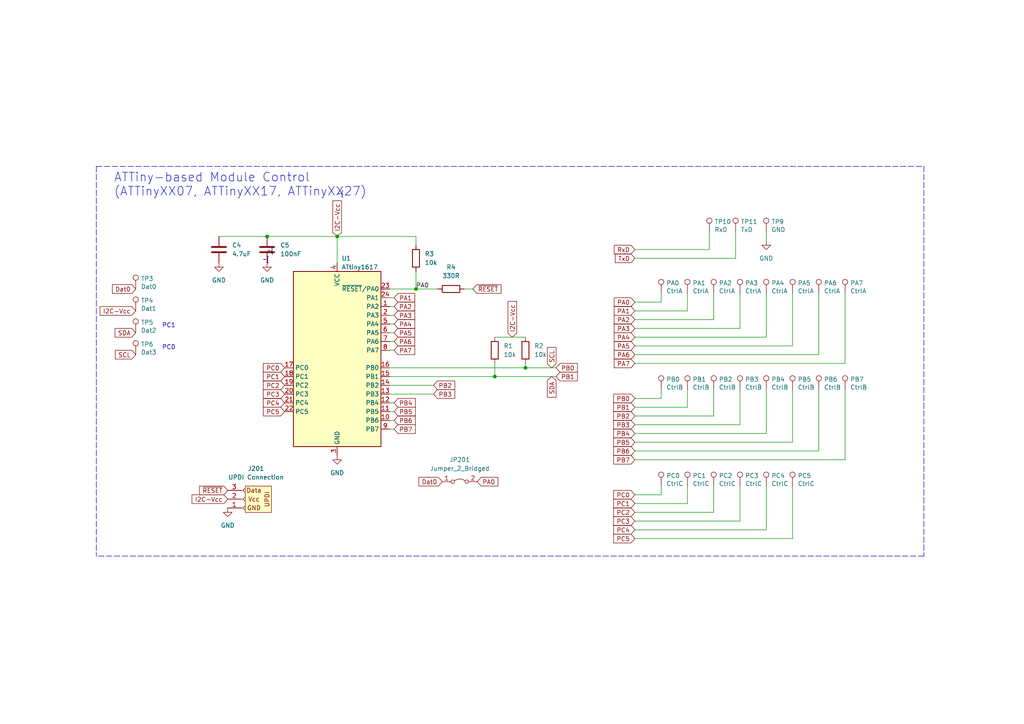
<source format=kicad_sch>
(kicad_sch (version 20211123) (generator eeschema)
  (paper "A4")
  (title_block (title "Benchtop Modular Power Strip") (date "2024-04-15") (rev "0.4.0") (company "S. A. Miller") (comment 1 "Prototype Module") (comment 2 "Blank"))
  (lib_symbols
    (symbol "Connector:TestPoint" (pin_numbers hide) (pin_names (offset 0.762) hide)
      (property "Reference" "TP" (at 0 6.858 0))
      (property "Value" "TestPoint" (at 0 5.08 0))
      (symbol "TestPoint_0_1"
        (circle (center 0 3.302) (radius 0.762))
      )
      (symbol "TestPoint_1_1"
        (pin passive line (at 0 0 90) (length 2.54) (name "1") (number "1"))
      )
    )
    (symbol "Device:C" (pin_numbers hide) (pin_names (offset 0.254))
      (property "Reference" "C" (at 0.635 2.54 0))
      (property "Value" "C" (at 0.635 -2.54 0))
      (symbol "C_0_1"
        (polyline (pts (xy -2.032 -0.762) (xy 2.032 -0.762)) (stroke (width 0.508)))
        (polyline (pts (xy -2.032 0.762) (xy 2.032 0.762)) (stroke (width 0.508)))
      )
      (symbol "C_1_1"
        (pin passive line (at 0 3.81 270) (length 2.794) (name "~") (number "1"))
        (pin passive line (at 0 -3.81 90) (length 2.794) (name "~") (number "2"))
      )
    )
    (symbol "Device:R" (pin_numbers hide) (pin_names (offset 0))
      (property "Reference" "R" (at 2.032 0 90))
      (property "Value" "R" (at 0 0 90))
      (symbol "R_0_1"
        (rectangle (start -1.016 -2.54) (end 1.016 2.54) (stroke (width 0.254)))
      )
      (symbol "R_1_1"
        (pin passive line (at 0 3.81 270) (length 1.27) (name "~") (number "1"))
        (pin passive line (at 0 -3.81 90) (length 1.27) (name "~") (number "2"))
      )
    )
    (symbol "Jumper:Jumper_2_Bridged" (pin_names (offset 0) hide)
      (property "Reference" "JP" (at 0 1.905 0))
      (property "Value" "Jumper_2_Bridged" (at 0 -2.54 0))
      (symbol "Jumper_2_Bridged_0_0"
        (circle (center -2.032 0) (radius 0.508))
        (circle (center 2.032 0) (radius 0.508))
      )
      (symbol "Jumper_2_Bridged_0_1"
        (arc (start 1.524 0.254) (mid 0 0.762) (end -1.524 0.254))
      )
      (symbol "Jumper_2_Bridged_1_1"
        (pin passive line (at -5.08 0 0) (length 2.54) (name "A") (number "1"))
        (pin passive line (at 5.08 0 180) (length 2.54) (name "B") (number "2"))
      )
    )
    (symbol "MCU_Microchip_ATtiny:ATtiny817-M"
      (property "Reference" "U" (at -12.7 26.67 0))
      (property "Value" "ATtiny817-M" (at 2.54 -26.67 0))
      (symbol "ATtiny817-M_0_1"
        (rectangle (start -12.7 -25.4) (end 12.7 25.4) (stroke (width 0.254)) (fill (type background)))
      )
      (symbol "ATtiny817-M_1_1"
        (pin bidirectional line (at 15.24 15.24 180) (length 2.54) (name "PA2") (number "1"))
        (pin bidirectional line (at 15.24 -17.78 180) (length 2.54) (name "PB6") (number "10"))
        (pin bidirectional line (at 15.24 -15.24 180) (length 2.54) (name "PB5") (number "11"))
        (pin bidirectional line (at 15.24 -12.7 180) (length 2.54) (name "PB4") (number "12"))
        (pin bidirectional line (at 15.24 -10.16 180) (length 2.54) (name "PB3") (number "13"))
        (pin bidirectional line (at 15.24 -7.62 180) (length 2.54) (name "PB2") (number "14"))
        (pin bidirectional line (at 15.24 -5.08 180) (length 2.54) (name "PB1") (number "15"))
        (pin bidirectional line (at 15.24 -2.54 180) (length 2.54) (name "PB0") (number "16"))
        (pin bidirectional line (at -15.24 -2.54 0) (length 2.54) (name "PC0") (number "17"))
        (pin bidirectional line (at -15.24 -5.08 0) (length 2.54) (name "PC1") (number "18"))
        (pin bidirectional line (at -15.24 -7.62 0) (length 2.54) (name "PC2") (number "19"))
        (pin bidirectional line (at 15.24 12.7 180) (length 2.54) (name "PA3") (number "2"))
        (pin bidirectional line (at -15.24 -10.16 0) (length 2.54) (name "PC3") (number "20"))
        (pin bidirectional line (at -15.24 -12.7 0) (length 2.54) (name "PC4") (number "21"))
        (pin bidirectional line (at -15.24 -15.24 0) (length 2.54) (name "PC5") (number "22"))
        (pin bidirectional line (at 15.24 20.32 180) (length 2.54) (name "~{RESET}/PA0") (number "23"))
        (pin bidirectional line (at 15.24 17.78 180) (length 2.54) (name "PA1") (number "24"))
        (pin passive line (at 0 -27.94 90) (length 2.54) hide (name "GND") (number "25"))
        (pin power_in line (at 0 -27.94 90) (length 2.54) (name "GND") (number "3"))
        (pin power_in line (at 0 27.94 270) (length 2.54) (name "VCC") (number "4"))
        (pin bidirectional line (at 15.24 10.16 180) (length 2.54) (name "PA4") (number "5"))
        (pin bidirectional line (at 15.24 7.62 180) (length 2.54) (name "PA5") (number "6"))
        (pin bidirectional line (at 15.24 5.08 180) (length 2.54) (name "PA6") (number "7"))
        (pin bidirectional line (at 15.24 2.54 180) (length 2.54) (name "PA7") (number "8"))
        (pin bidirectional line (at 15.24 -20.32 180) (length 2.54) (name "PB7") (number "9"))
      )
    )
    (symbol "power:GND" (power) (pin_names (offset 0))
      (property "Value" "GND" (at 0 -3.81 0))
      (symbol "GND_0_1"
        (polyline (pts (xy 0 0) (xy 0 -1.27) (xy 1.27 -1.27) (xy 0 -2.54) (xy -1.27 -1.27) (xy 0 -1.27)))
      )
      (symbol "GND_1_1"
        (pin power_in line (at 0 0 270) (length 0) hide (name "GND") (number "1"))
      )
    )
    (symbol "tinker:UPDI Connection" (pin_names (offset 1.016) hide)
      (property "Reference" "J" (at 0 5.08 0))
      (property "Value" "UPDI Connection" (at 0 -5.08 0))
      (symbol "UPDI Connection_0_0"
        (text "Data" (at 2.54 -2.54 0) (effects (font (size 1.27 1.27))))
        (text "GND" (at 2.54 2.54 0) (effects (font (size 1.27 1.27))))
        (text "UPDI" (at 6.35 0 900) (effects (font (size 1.27 1.27))))
        (text "Vcc" (at 2.54 0 0) (effects (font (size 1.27 1.27))))
      )
      (symbol "UPDI Connection_0_1"
        (rectangle (start 7.62 3.81) (end 0 -3.81) (fill (type background)))
      )
      (symbol "UPDI Connection_1_1"
        (arc (start 0 -2.032) (mid -0.508 -2.54) (end 0 -3.048) (stroke (width 0.1524)))
        (polyline (pts (xy -1.27 -2.54) (xy -0.508 -2.54)) (stroke (width 0.1524)))
        (polyline (pts (xy -1.27 0) (xy -0.508 0)) (stroke (width 0.1524)))
        (polyline (pts (xy -1.27 2.54) (xy -0.508 2.54)) (stroke (width 0.1524)))
        (arc (start 0 0.508) (mid -0.508 0) (end 0 -0.508) (stroke (width 0.1524)))
        (arc (start 0 3.048) (mid -0.508 2.54) (end 0 2.032) (stroke (width 0.1524)))
        (pin power_in line (at -5.08 2.54 0) (length 3.81) (name "Pin_1") (number "1"))
        (pin power_in line (at -5.08 0 0) (length 3.81) (name "Pin_2") (number "2"))
        (pin bidirectional line (at -5.08 -2.54 0) (length 3.81) (name "Pin_3") (number "3"))
      )
    )
  )
  (junction (at 152.4 106.68))
  (junction (at 97.79 68.58))
  (junction (at 120.65 83.82))
  (junction (at 77.47 68.58))
  (junction (at 143.51 109.22))
  (wire (pts (xy 113.03 124.46) (xy 114.3 124.46)))
  (wire (pts (xy 207.01 140.97) (xy 207.01 148.59)))
  (wire (pts (xy 199.39 90.17) (xy 199.39 85.09)))
  (wire (pts (xy 184.15 87.63) (xy 191.77 87.63)))
  (wire (pts (xy 113.03 121.92) (xy 114.3 121.92)))
  (wire (pts (xy 113.03 114.3) (xy 125.73 114.3)))
  (wire (pts (xy 229.87 140.97) (xy 229.87 156.21)))
  (wire (pts (xy 191.77 87.63) (xy 191.77 85.09)))
  (wire (pts (xy 113.03 91.44) (xy 114.3 91.44)))
  (wire (pts (xy 237.49 130.81) (xy 237.49 113.03)))
  (wire (pts (xy 237.49 102.87) (xy 237.49 85.09)))
  (wire (pts (xy 229.87 100.33) (xy 229.87 85.09)))
  (wire (pts (xy 120.65 78.74) (xy 120.65 83.82)))
  (wire (pts (xy 113.03 99.06) (xy 114.3 99.06)))
  (wire (pts (xy 97.79 68.58) (xy 97.79 76.2)))
  (wire (pts (xy 143.51 105.41) (xy 143.51 109.22)))
  (wire (pts (xy 184.15 125.73) (xy 222.25 125.73)))
  (wire (pts (xy 184.15 92.71) (xy 207.01 92.71)))
  (wire (pts (xy 191.77 143.51) (xy 191.77 140.97)))
  (wire (pts (xy 113.03 111.76) (xy 125.73 111.76)))
  (wire (pts (xy 184.15 97.79) (xy 222.25 97.79)))
  (wire (pts (xy 205.74 72.39) (xy 205.74 67.31)))
  (wire (pts (xy 77.47 68.58) (xy 97.79 68.58)))
  (wire (pts (xy 222.25 69.85) (xy 222.25 67.31)))
  (wire (pts (xy 184.15 120.65) (xy 207.01 120.65)))
  (wire (pts (xy 113.03 86.36) (xy 114.3 86.36)))
  (wire (pts (xy 191.77 115.57) (xy 191.77 113.03)))
  (wire (pts (xy 113.03 93.98) (xy 114.3 93.98)))
  (wire (pts (xy 214.63 113.03) (xy 214.63 123.19)))
  (wire (pts (xy 152.4 106.68) (xy 113.03 106.68)))
  (wire (pts (xy 184.15 115.57) (xy 191.77 115.57)))
  (wire (pts (xy 113.03 96.52) (xy 114.3 96.52)))
  (wire (pts (xy 184.15 153.67) (xy 222.25 153.67)))
  (wire (pts (xy 113.03 119.38) (xy 114.3 119.38)))
  (wire (pts (xy 184.15 74.93) (xy 213.36 74.93)))
  (wire (pts (xy 184.15 146.05) (xy 199.39 146.05)))
  (wire (pts (xy 113.03 83.82) (xy 120.65 83.82)))
  (wire (pts (xy 184.15 102.87) (xy 237.49 102.87)))
  (wire (pts (xy 184.15 156.21) (xy 229.87 156.21)))
  (wire (pts (xy 63.5 68.58) (xy 77.47 68.58)))
  (wire (pts (xy 184.15 118.11) (xy 199.39 118.11)))
  (wire (pts (xy 199.39 118.11) (xy 199.39 113.03)))
  (wire (pts (xy 184.15 95.25) (xy 214.63 95.25)))
  (wire (pts (xy 184.15 143.51) (xy 191.77 143.51)))
  (polyline (pts (xy 27.94 48.26) (xy 267.97 48.26)))
  (wire (pts (xy 184.15 123.19) (xy 214.63 123.19)))
  (wire (pts (xy 229.87 128.27) (xy 229.87 113.03)))
  (wire (pts (xy 120.65 68.58) (xy 120.65 71.12)))
  (polyline (pts (xy 27.94 48.26) (xy 27.94 161.29)))
  (wire (pts (xy 184.15 133.35) (xy 245.11 133.35)))
  (wire (pts (xy 120.65 83.82) (xy 127 83.82)))
  (wire (pts (xy 184.15 90.17) (xy 199.39 90.17)))
  (wire (pts (xy 184.15 100.33) (xy 229.87 100.33)))
  (polyline (pts (xy 267.97 48.26) (xy 267.97 161.29)))
  (wire (pts (xy 97.79 68.58) (xy 120.65 68.58)))
  (wire (pts (xy 222.25 85.09) (xy 222.25 97.79)))
  (wire (pts (xy 207.01 120.65) (xy 207.01 113.03)))
  (wire (pts (xy 199.39 146.05) (xy 199.39 140.97)))
  (wire (pts (xy 245.11 133.35) (xy 245.11 113.03)))
  (wire (pts (xy 143.51 97.79) (xy 152.4 97.79)))
  (wire (pts (xy 214.63 95.25) (xy 214.63 85.09)))
  (wire (pts (xy 184.15 130.81) (xy 237.49 130.81)))
  (wire (pts (xy 222.25 140.97) (xy 222.25 153.67)))
  (wire (pts (xy 184.15 72.39) (xy 205.74 72.39)))
  (wire (pts (xy 184.15 151.13) (xy 214.63 151.13)))
  (wire (pts (xy 113.03 101.6) (xy 114.3 101.6)))
  (wire (pts (xy 213.36 74.93) (xy 213.36 67.31)))
  (wire (pts (xy 134.62 83.82) (xy 137.16 83.82)))
  (wire (pts (xy 143.51 109.22) (xy 113.03 109.22)))
  (polyline (pts (xy 267.97 161.29) (xy 27.94 161.29)))
  (wire (pts (xy 184.15 148.59) (xy 207.01 148.59)))
  (wire (pts (xy 152.4 105.41) (xy 152.4 106.68)))
  (wire (pts (xy 222.25 125.73) (xy 222.25 113.03)))
  (wire (pts (xy 245.11 105.41) (xy 245.11 85.09)))
  (wire (pts (xy 207.01 92.71) (xy 207.01 85.09)))
  (wire (pts (xy 214.63 140.97) (xy 214.63 151.13)))
  (wire (pts (xy 113.03 88.9) (xy 114.3 88.9)))
  (wire (pts (xy 161.29 109.22) (xy 143.51 109.22)))
  (wire (pts (xy 113.03 116.84) (xy 114.3 116.84)))
  (wire (pts (xy 184.15 105.41) (xy 245.11 105.41)))
  (wire (pts (xy 184.15 128.27) (xy 229.87 128.27)))
  (wire (pts (xy 161.29 106.68) (xy 152.4 106.68)))
  (text "~{" (at 77.47 73.66 0) (effects (font (size 1.27 1.27)) (justify left bottom)))
  (text "PC0" (at 46.99 101.6 0) (effects (font (size 1.27 1.27)) (justify left bottom)))
  (text "~{" (at 76.2 76.2 0) (effects (font (size 1.27 1.27)) (justify left bottom)))
  (text "ATTiny-based Module Control\n(ATTinyXX07, ATTinyXX17, ATTinyXX27)" (at 33.02 57.15 0) (effects (font (size 2.54 2.54)) (justify left bottom)))
  (text "PC1" (at 46.99 95.25 0) (effects (font (size 1.27 1.27)) (justify left bottom)))
  (text "~{" (at 97.79 57.15 0) (effects (font (size 1.27 1.27)) (justify left bottom)))
  (label "PA0" (at 120.65 83.82 0))
  (global_label "RxD" (shape input) (at 184.15 72.39 180) (property "Intersheet References" "${INTERSHEET_REFS}" (effects hide)))
  (global_label "PB6" (shape input) (at 114.3 121.92 0) (property "Intersheet References" "${INTERSHEET_REFS}" (effects hide)))
  (global_label "I2C-Vcc" (shape input) (at 97.79 68.58 90) (property "Intersheet References" "${INTERSHEET_REFS}" (effects hide)))
  (global_label "PB1" (shape input) (at 184.15 118.11 180) (property "Intersheet References" "${INTERSHEET_REFS}" (effects hide)))
  (global_label "PB4" (shape input) (at 184.15 125.73 180) (property "Intersheet References" "${INTERSHEET_REFS}" (effects hide)))
  (global_label "SCL" (shape input) (at 160.02 106.68 90) (property "Intersheet References" "${INTERSHEET_REFS}" (effects hide)))
  (global_label "PA4" (shape input) (at 184.15 97.79 180) (property "Intersheet References" "${INTERSHEET_REFS}" (effects hide)))
  (global_label "TxD" (shape input) (at 184.15 74.93 180) (property "Intersheet References" "${INTERSHEET_REFS}" (effects hide)))
  (global_label "PA0" (shape input) (at 184.15 87.63 180) (property "Intersheet References" "${INTERSHEET_REFS}" (effects hide)))
  (global_label "PB0" (shape input) (at 184.15 115.57 180) (property "Intersheet References" "${INTERSHEET_REFS}" (effects hide)))
  (global_label "SDA" (shape input) (at 160.02 109.22 270) (property "Intersheet References" "${INTERSHEET_REFS}" (effects hide)))
  (global_label "PC3" (shape input) (at 184.15 151.13 180) (property "Intersheet References" "${INTERSHEET_REFS}" (effects hide)))
  (global_label "PA2" (shape input) (at 114.3 88.9 0) (property "Intersheet References" "${INTERSHEET_REFS}" (effects hide)))
  (global_label "PC4" (shape input) (at 184.15 153.67 180) (property "Intersheet References" "${INTERSHEET_REFS}" (effects hide)))
  (global_label "PA2" (shape input) (at 184.15 92.71 180) (property "Intersheet References" "${INTERSHEET_REFS}" (effects hide)))
  (global_label "PA0" (shape input) (at 138.43 139.7 0) (property "Intersheet References" "${INTERSHEET_REFS}" (effects hide)))
  (global_label "PA6" (shape input) (at 114.3 99.06 0) (property "Intersheet References" "${INTERSHEET_REFS}" (effects hide)))
  (global_label "PB3" (shape input) (at 184.15 123.19 180) (property "Intersheet References" "${INTERSHEET_REFS}" (effects hide)))
  (global_label "SDA" (shape input) (at 39.37 96.52 180) (property "Intersheet References" "${INTERSHEET_REFS}" (effects hide)))
  (global_label "PB6" (shape input) (at 184.15 130.81 180) (property "Intersheet References" "${INTERSHEET_REFS}" (effects hide)))
  (global_label "PA5" (shape input) (at 184.15 100.33 180) (property "Intersheet References" "${INTERSHEET_REFS}" (effects hide)))
  (global_label "PC3" (shape input) (at 82.55 114.3 180) (property "Intersheet References" "${INTERSHEET_REFS}" (effects hide)))
  (global_label "PC2" (shape input) (at 184.15 148.59 180) (property "Intersheet References" "${INTERSHEET_REFS}" (effects hide)))
  (global_label "PA4" (shape input) (at 114.3 93.98 0) (property "Intersheet References" "${INTERSHEET_REFS}" (effects hide)))
  (global_label "PB5" (shape input) (at 184.15 128.27 180) (property "Intersheet References" "${INTERSHEET_REFS}" (effects hide)))
  (global_label "PC0" (shape input) (at 184.15 143.51 180) (property "Intersheet References" "${INTERSHEET_REFS}" (effects hide)))
  (global_label "PA3" (shape input) (at 184.15 95.25 180) (property "Intersheet References" "${INTERSHEET_REFS}" (effects hide)))
  (global_label "PB5" (shape input) (at 114.3 119.38 0) (property "Intersheet References" "${INTERSHEET_REFS}" (effects hide)))
  (global_label "PB1" (shape input) (at 161.29 109.22 0) (property "Intersheet References" "${INTERSHEET_REFS}" (effects hide)))
  (global_label "I2C-Vcc" (shape input) (at 66.04 144.78 180) (property "Intersheet References" "${INTERSHEET_REFS}" (effects hide)))
  (global_label "PC1" (shape input) (at 82.55 109.22 180) (property "Intersheet References" "${INTERSHEET_REFS}" (effects hide)))
  (global_label "PA1" (shape input) (at 184.15 90.17 180) (property "Intersheet References" "${INTERSHEET_REFS}" (effects hide)))
  (global_label "PB2" (shape input) (at 125.73 111.76 0) (property "Intersheet References" "${INTERSHEET_REFS}" (effects hide)))
  (global_label "PA7" (shape input) (at 184.15 105.41 180) (property "Intersheet References" "${INTERSHEET_REFS}" (effects hide)))
  (global_label "PA3" (shape input) (at 114.3 91.44 0) (property "Intersheet References" "${INTERSHEET_REFS}" (effects hide)))
  (global_label "PB2" (shape input) (at 184.15 120.65 180) (property "Intersheet References" "${INTERSHEET_REFS}" (effects hide)))
  (global_label "PC5" (shape input) (at 82.55 119.38 180) (property "Intersheet References" "${INTERSHEET_REFS}" (effects hide)))
  (global_label "~{RESET}" (shape input) (at 137.16 83.82 0) (property "Intersheet References" "${INTERSHEET_REFS}" (effects hide)))
  (global_label "PA6" (shape input) (at 184.15 102.87 180) (property "Intersheet References" "${INTERSHEET_REFS}" (effects hide)))
  (global_label "PC5" (shape input) (at 184.15 156.21 180) (property "Intersheet References" "${INTERSHEET_REFS}" (effects hide)))
  (global_label "Dat0" (shape input) (at 39.37 83.82 180) (property "Intersheet References" "${INTERSHEET_REFS}" (effects hide)))
  (global_label "PB7" (shape input) (at 184.15 133.35 180) (property "Intersheet References" "${INTERSHEET_REFS}" (effects hide)))
  (global_label "PB3" (shape input) (at 125.73 114.3 0) (property "Intersheet References" "${INTERSHEET_REFS}" (effects hide)))
  (global_label "PC4" (shape input) (at 82.55 116.84 180) (property "Intersheet References" "${INTERSHEET_REFS}" (effects hide)))
  (global_label "SCL" (shape input) (at 39.37 102.87 180) (property "Intersheet References" "${INTERSHEET_REFS}" (effects hide)))
  (global_label "PB7" (shape input) (at 114.3 124.46 0) (property "Intersheet References" "${INTERSHEET_REFS}" (effects hide)))
  (global_label "PC0" (shape input) (at 82.55 106.68 180) (property "Intersheet References" "${INTERSHEET_REFS}" (effects hide)))
  (global_label "PC1" (shape input) (at 184.15 146.05 180) (property "Intersheet References" "${INTERSHEET_REFS}" (effects hide)))
  (global_label "PA1" (shape input) (at 114.3 86.36 0) (property "Intersheet References" "${INTERSHEET_REFS}" (effects hide)))
  (global_label "PC2" (shape input) (at 82.55 111.76 180) (property "Intersheet References" "${INTERSHEET_REFS}" (effects hide)))
  (global_label "I2C-Vcc" (shape input) (at 148.59 97.79 90) (property "Intersheet References" "${INTERSHEET_REFS}" (effects hide)))
  (global_label "PA5" (shape input) (at 114.3 96.52 0) (property "Intersheet References" "${INTERSHEET_REFS}" (effects hide)))
  (global_label "PB4" (shape input) (at 114.3 116.84 0) (property "Intersheet References" "${INTERSHEET_REFS}" (effects hide)))
  (global_label "I2C-Vcc" (shape input) (at 39.37 90.17 180) (property "Intersheet References" "${INTERSHEET_REFS}" (effects hide)))
  (global_label "~{RESET}" (shape input) (at 66.04 142.24 180) (property "Intersheet References" "${INTERSHEET_REFS}" (effects hide)))
  (global_label "PB0" (shape input) (at 161.29 106.68 0) (property "Intersheet References" "${INTERSHEET_REFS}" (effects hide)))
  (global_label "PA7" (shape input) (at 114.3 101.6 0) (property "Intersheet References" "${INTERSHEET_REFS}" (effects hide)))
  (global_label "Dat0" (shape input) (at 128.27 139.7 180) (property "Intersheet References" "${INTERSHEET_REFS}" (effects hide)))
  (symbol (lib_id "Connector:TestPoint") (at 39.37 83.82 0) (unit 1) (in_bom no)
    (property "Reference" "TP3" (at 40.8432 80.8228 0) (effects (justify left)))
    (property "Value" "Dat0" (at 40.8432 83.1342 0) (effects (justify left)))
    (property "Footprint" "tinker:TestPoint_THTPad_D1.0mm_Drill0.5mm" (effects hide))
  )
  (symbol (lib_id "Connector:TestPoint") (at 39.37 102.87 0) (unit 1) (in_bom no)
    (property "Reference" "TP6" (at 40.8432 99.8728 0) (effects (justify left)))
    (property "Value" "Dat3" (at 40.8432 102.1842 0) (effects (justify left)))
    (property "Footprint" "tinker:TestPoint_THTPad_D1.0mm_Drill0.5mm" (effects hide))
  )
  (symbol (lib_id "Connector:TestPoint") (at 214.63 140.97 0) (unit 1) (in_bom no)
    (property "Reference" "PC3" (at 216.1032 137.9728 0) (effects (justify left)))
    (property "Value" "CtrlC" (at 216.1032 140.2842 0) (effects (justify left)))
    (property "Footprint" "tinker:TestPoint_THTPad_D1.0mm_Drill0.5mm" (effects hide))
  )
  (symbol (lib_id "Connector:TestPoint") (at 214.63 113.03 0) (unit 1) (in_bom no)
    (property "Reference" "PB3" (at 216.1032 110.0328 0) (effects (justify left)))
    (property "Value" "CtrlB" (at 216.1032 112.3442 0) (effects (justify left)))
    (property "Footprint" "tinker:TestPoint_THTPad_D1.0mm_Drill0.5mm" (effects hide))
  )
  (symbol (lib_id "Connector:TestPoint") (at 199.39 85.09 0) (unit 1) (in_bom no)
    (property "Reference" "PA1" (at 200.8632 82.0928 0) (effects (justify left)))
    (property "Value" "CtrlA" (at 200.8632 84.4042 0) (effects (justify left)))
    (property "Footprint" "tinker:TestPoint_THTPad_D1.0mm_Drill0.5mm" (effects hide))
  )
  (symbol (lib_id "tinker:UPDI Connection") (at 71.12 144.78 0) (mirror x) (unit 1) (in_bom no)
    (property "Reference" "J201" (at 74.2569 135.89 0))
    (property "Value" "UPDI Connection" (at 74.2569 138.43 0))
    (property "Footprint" "tinker:UPDI_connection" (effects hide))
  )
  (symbol (lib_id "Connector:TestPoint") (at 222.25 67.31 0) (unit 1) (in_bom no) (on_board no)
    (property "Reference" "TP9" (at 223.7232 64.3128 0) (effects (justify left)))
    (property "Value" "GND" (at 223.7232 66.6242 0) (effects (justify left)))
    (property "Footprint" "tinker:TestPoint_THTPad_D1.0mm_Drill0.5mm" (effects hide))
  )
  (symbol (lib_id "Device:R") (at 120.65 74.93 0) (unit 1)
    (property "Reference" "R3" (at 123.19 73.6599 0) (effects (justify left)))
    (property "Value" "10k" (at 123.19 76.1999 0) (effects (justify left)))
    (property "Footprint" "Resistor_SMD:R_0603_1608Metric" (effects hide))
    (property "LCSC" "C25804" (effects hide))
  )
  (symbol (lib_id "Connector:TestPoint") (at 205.74 67.31 0) (unit 1) (in_bom no) (on_board no)
    (property "Reference" "TP10" (at 207.2132 64.3128 0) (effects (justify left)))
    (property "Value" "RxD" (at 207.2132 66.6242 0) (effects (justify left)))
    (property "Footprint" "tinker:TestPoint_THTPad_D1.0mm_Drill0.5mm" (effects hide))
  )
  (symbol (lib_id "Connector:TestPoint") (at 191.77 140.97 0) (unit 1) (in_bom no)
    (property "Reference" "PC0" (at 193.2432 137.9728 0) (effects (justify left)))
    (property "Value" "CtrlC" (at 193.2432 140.2842 0) (effects (justify left)))
    (property "Footprint" "tinker:TestPoint_THTPad_D1.0mm_Drill0.5mm" (effects hide))
  )
  (symbol (lib_id "Connector:TestPoint") (at 39.37 96.52 0) (unit 1) (in_bom no)
    (property "Reference" "TP5" (at 40.8432 93.5228 0) (effects (justify left)))
    (property "Value" "Dat2" (at 40.8432 95.8342 0) (effects (justify left)))
    (property "Footprint" "tinker:TestPoint_THTPad_D1.0mm_Drill0.5mm" (effects hide))
  )
  (symbol (lib_id "Connector:TestPoint") (at 229.87 85.09 0) (unit 1) (in_bom no)
    (property "Reference" "PA5" (at 231.3432 82.0928 0) (effects (justify left)))
    (property "Value" "CtrlA" (at 231.3432 84.4042 0) (effects (justify left)))
    (property "Footprint" "tinker:TestPoint_THTPad_D1.0mm_Drill0.5mm" (effects hide))
  )
  (symbol (lib_id "Connector:TestPoint") (at 245.11 85.09 0) (unit 1) (in_bom no)
    (property "Reference" "PA7" (at 246.5832 82.0928 0) (effects (justify left)))
    (property "Value" "CtrlA" (at 246.5832 84.4042 0) (effects (justify left)))
    (property "Footprint" "tinker:TestPoint_THTPad_D1.0mm_Drill0.5mm" (effects hide))
  )
  (symbol (lib_id "Connector:TestPoint") (at 214.63 85.09 0) (unit 1) (in_bom no)
    (property "Reference" "PA3" (at 216.1032 82.0928 0) (effects (justify left)))
    (property "Value" "CtrlA" (at 216.1032 84.4042 0) (effects (justify left)))
    (property "Footprint" "tinker:TestPoint_THTPad_D1.0mm_Drill0.5mm" (effects hide))
  )
  (symbol (lib_id "Connector:TestPoint") (at 222.25 85.09 0) (unit 1) (in_bom no)
    (property "Reference" "PA4" (at 223.7232 82.0928 0) (effects (justify left)))
    (property "Value" "CtrlA" (at 223.7232 84.4042 0) (effects (justify left)))
    (property "Footprint" "tinker:TestPoint_THTPad_D1.0mm_Drill0.5mm" (effects hide))
  )
  (symbol (lib_id "power:GND") (at 97.79 132.08 0) (unit 1)
    (property "Reference" "#PWR0103" (effects hide))
    (property "Value" "GND" (at 97.79 137.16 0))
  )
  (symbol (lib_id "Connector:TestPoint") (at 191.77 113.03 0) (unit 1) (in_bom no)
    (property "Reference" "PB0" (at 193.2432 110.0328 0) (effects (justify left)))
    (property "Value" "CtrlB" (at 193.2432 112.3442 0) (effects (justify left)))
    (property "Footprint" "tinker:TestPoint_THTPad_D1.0mm_Drill0.5mm" (effects hide))
  )
  (symbol (lib_id "Connector:TestPoint") (at 207.01 113.03 0) (unit 1) (in_bom no)
    (property "Reference" "PB2" (at 208.4832 110.0328 0) (effects (justify left)))
    (property "Value" "CtrlB" (at 208.4832 112.3442 0) (effects (justify left)))
    (property "Footprint" "tinker:TestPoint_THTPad_D1.0mm_Drill0.5mm" (effects hide))
  )
  (symbol (lib_id "power:GND") (at 66.04 147.32 0) (unit 1)
    (property "Reference" "#PWR0104" (effects hide))
    (property "Value" "GND" (at 66.04 152.4 0))
  )
  (symbol (lib_id "Connector:TestPoint") (at 199.39 140.97 0) (unit 1) (in_bom no)
    (property "Reference" "PC1" (at 200.8632 137.9728 0) (effects (justify left)))
    (property "Value" "CtrlC" (at 200.8632 140.2842 0) (effects (justify left)))
    (property "Footprint" "tinker:TestPoint_THTPad_D1.0mm_Drill0.5mm" (effects hide))
  )
  (symbol (lib_id "Jumper:Jumper_2_Bridged") (at 133.35 139.7 0) (unit 1) (in_bom no)
    (property "Reference" "JP201" (at 133.35 133.35 0))
    (property "Value" "Jumper_2_Bridged" (at 133.35 135.89 0))
    (property "Footprint" "tinker:tinySJ-Bridged" (effects hide))
  )
  (symbol (lib_id "Connector:TestPoint") (at 191.77 85.09 0) (unit 1) (in_bom no)
    (property "Reference" "PA0" (at 193.2432 82.0928 0) (effects (justify left)))
    (property "Value" "CtrlA" (at 193.2432 84.4042 0) (effects (justify left)))
    (property "Footprint" "tinker:TestPoint_THTPad_D1.0mm_Drill0.5mm" (effects hide))
  )
  (symbol (lib_id "Connector:TestPoint") (at 222.25 140.97 0) (unit 1) (in_bom no)
    (property "Reference" "PC4" (at 223.7232 137.9728 0) (effects (justify left)))
    (property "Value" "CtrlC" (at 223.7232 140.2842 0) (effects (justify left)))
    (property "Footprint" "tinker:TestPoint_THTPad_D1.0mm_Drill0.5mm" (effects hide))
  )
  (symbol (lib_id "Connector:TestPoint") (at 237.49 113.03 0) (unit 1) (in_bom no)
    (property "Reference" "PB6" (at 238.9632 110.0328 0) (effects (justify left)))
    (property "Value" "CtrlB" (at 238.9632 112.3442 0) (effects (justify left)))
    (property "Footprint" "tinker:TestPoint_THTPad_D1.0mm_Drill0.5mm" (effects hide))
  )
  (symbol (lib_id "Connector:TestPoint") (at 229.87 113.03 0) (unit 1) (in_bom no)
    (property "Reference" "PB5" (at 231.3432 110.0328 0) (effects (justify left)))
    (property "Value" "CtrlB" (at 231.3432 112.3442 0) (effects (justify left)))
    (property "Footprint" "tinker:TestPoint_THTPad_D1.0mm_Drill0.5mm" (effects hide))
  )
  (symbol (lib_id "Connector:TestPoint") (at 245.11 113.03 0) (unit 1) (in_bom no)
    (property "Reference" "PB7" (at 246.5832 110.0328 0) (effects (justify left)))
    (property "Value" "CtrlB" (at 246.5832 112.3442 0) (effects (justify left)))
    (property "Footprint" "tinker:TestPoint_THTPad_D1.0mm_Drill0.5mm" (effects hide))
  )
  (symbol (lib_id "Connector:TestPoint") (at 237.49 85.09 0) (unit 1) (in_bom no)
    (property "Reference" "PA6" (at 238.9632 82.0928 0) (effects (justify left)))
    (property "Value" "CtrlA" (at 238.9632 84.4042 0) (effects (justify left)))
    (property "Footprint" "tinker:TestPoint_THTPad_D1.0mm_Drill0.5mm" (effects hide))
  )
  (symbol (lib_id "MCU_Microchip_ATtiny:ATtiny817-M") (at 97.79 104.14 0) (unit 1)
    (property "Reference" "U1" (at 99.06 74.93 0) (effects (justify left)))
    (property "Value" "ATtiny1617" (at 99.06 77.47 0) (effects (justify left)))
    (property "Footprint" "Package_DFN_QFN:QFN-24-1EP_4x4mm_P0.5mm_EP2.6x2.6mm" (effects hide))
    (property "Datasheet" "http://ww1.microchip.com/downloads/en/DeviceDoc/40001901B.pdf" (effects hide))
    (property "LCSC" "C1340514" (effects hide))
  )
  (symbol (lib_id "Connector:TestPoint") (at 222.25 113.03 0) (unit 1) (in_bom no)
    (property "Reference" "PB4" (at 223.7232 110.0328 0) (effects (justify left)))
    (property "Value" "CtrlB" (at 223.7232 112.3442 0) (effects (justify left)))
    (property "Footprint" "tinker:TestPoint_THTPad_D1.0mm_Drill0.5mm" (effects hide))
  )
  (symbol (lib_id "power:GND") (at 63.5 76.2 0) (unit 1)
    (property "Reference" "#PWR0102" (effects hide))
    (property "Value" "GND" (at 63.5 81.28 0))
  )
  (symbol (lib_id "power:GND") (at 77.47 76.2 0) (unit 1)
    (property "Reference" "#PWR0101" (effects hide))
    (property "Value" "GND" (at 77.47 81.28 0))
  )
  (symbol (lib_id "Connector:TestPoint") (at 199.39 113.03 0) (unit 1) (in_bom no)
    (property "Reference" "PB1" (at 200.8632 110.0328 0) (effects (justify left)))
    (property "Value" "CtrlB" (at 200.8632 112.3442 0) (effects (justify left)))
    (property "Footprint" "tinker:TestPoint_THTPad_D1.0mm_Drill0.5mm" (effects hide))
  )
  (symbol (lib_id "Connector:TestPoint") (at 207.01 140.97 0) (unit 1) (in_bom no)
    (property "Reference" "PC2" (at 208.4832 137.9728 0) (effects (justify left)))
    (property "Value" "CtrlC" (at 208.4832 140.2842 0) (effects (justify left)))
    (property "Footprint" "tinker:TestPoint_THTPad_D1.0mm_Drill0.5mm" (effects hide))
  )
  (symbol (lib_id "Connector:TestPoint") (at 39.37 90.17 0) (unit 1) (in_bom no)
    (property "Reference" "TP4" (at 40.8432 87.1728 0) (effects (justify left)))
    (property "Value" "Dat1" (at 40.8432 89.4842 0) (effects (justify left)))
    (property "Footprint" "tinker:TestPoint_THTPad_D1.0mm_Drill0.5mm" (effects hide))
  )
  (symbol (lib_id "Device:C") (at 63.5 72.39 0) (unit 1)
    (property "Reference" "C4" (at 67.31 71.1199 0) (effects (justify left)))
    (property "Value" "4.7uF" (at 67.31 73.6599 0) (effects (justify left)))
    (property "Footprint" "Capacitor_SMD:C_0805_2012Metric" (effects hide))
    (property "LCSC" "C107153" (effects hide))
  )
  (symbol (lib_id "Device:R") (at 152.4 101.6 0) (unit 1)
    (property "Reference" "R2" (at 154.94 100.3299 0) (effects (justify left)))
    (property "Value" "10k" (at 154.94 102.8699 0) (effects (justify left)))
    (property "Footprint" "Resistor_SMD:R_0603_1608Metric" (effects hide))
    (property "LCSC" "C25804" (effects hide))
  )
  (symbol (lib_id "Connector:TestPoint") (at 229.87 140.97 0) (unit 1) (in_bom no)
    (property "Reference" "PC5" (at 231.3432 137.9728 0) (effects (justify left)))
    (property "Value" "CtrlC" (at 231.3432 140.2842 0) (effects (justify left)))
    (property "Footprint" "tinker:TestPoint_THTPad_D1.0mm_Drill0.5mm" (effects hide))
  )
  (symbol (lib_id "Device:C") (at 77.47 72.39 0) (unit 1)
    (property "Reference" "C5" (at 81.28 71.1199 0) (effects (justify left)))
    (property "Value" "100nF" (at 81.28 73.6599 0) (effects (justify left)))
    (property "Footprint" "Capacitor_SMD:C_0603_1608Metric" (effects hide))
    (property "LCSC" "C14663" (effects hide))
  )
  (symbol (lib_id "Connector:TestPoint") (at 207.01 85.09 0) (unit 1) (in_bom no)
    (property "Reference" "PA2" (at 208.4832 82.0928 0) (effects (justify left)))
    (property "Value" "CtrlA" (at 208.4832 84.4042 0) (effects (justify left)))
    (property "Footprint" "tinker:TestPoint_THTPad_D1.0mm_Drill0.5mm" (effects hide))
  )
  (symbol (lib_id "Connector:TestPoint") (at 213.36 67.31 0) (unit 1) (in_bom no) (on_board no)
    (property "Reference" "TP11" (at 214.8332 64.3128 0) (effects (justify left)))
    (property "Value" "TxD" (at 214.8332 66.6242 0) (effects (justify left)))
    (property "Footprint" "tinker:TestPoint_THTPad_D1.0mm_Drill0.5mm" (effects hide))
  )
  (symbol (lib_id "power:GND") (at 222.25 69.85 0) (unit 1)
    (property "Reference" "#PWR0106" (effects hide))
    (property "Value" "GND" (at 222.25 74.93 0))
  )
  (symbol (lib_id "Device:R") (at 130.81 83.82 90) (unit 1)
    (property "Reference" "R4" (at 130.81 77.47 90))
    (property "Value" "330R" (at 130.81 80.01 90))
    (property "Footprint" "Resistor_SMD:R_0603_1608Metric" (effects hide))
    (property "LCSC" "C23138" (effects hide))
  )
  (symbol (lib_id "Device:R") (at 143.51 101.6 0) (unit 1)
    (property "Reference" "R1" (at 146.05 100.3299 0) (effects (justify left)))
    (property "Value" "10k" (at 146.05 102.8699 0) (effects (justify left)))
    (property "Footprint" "Resistor_SMD:R_0603_1608Metric" (effects hide))
    (property "LCSC" "C25804" (effects hide))
  )
)
</source>
